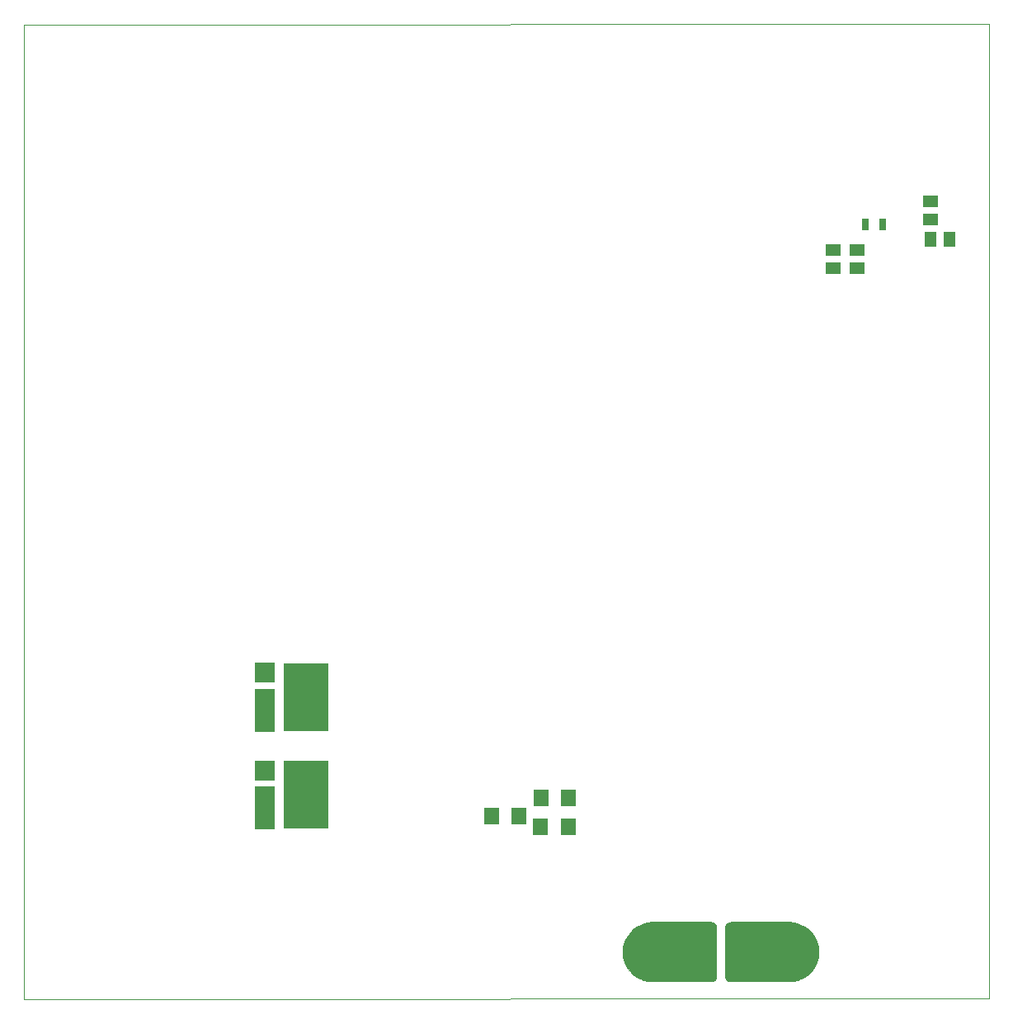
<source format=gbp>
G75*
%MOIN*%
%OFA0B0*%
%FSLAX25Y25*%
%IPPOS*%
%LPD*%
%AMOC8*
5,1,8,0,0,1.08239X$1,22.5*
%
%ADD10C,0.00000*%
%ADD11R,0.05118X0.05906*%
%ADD12R,0.05906X0.05118*%
%ADD13R,0.06299X0.07087*%
%ADD14R,0.17835X0.27559*%
%ADD15R,0.07874X0.07874*%
%ADD16R,0.07874X0.17717*%
%ADD17C,0.00500*%
%ADD18R,0.03150X0.04724*%
D10*
X0009174Y0009174D02*
X0009174Y0402875D01*
X0398938Y0403269D01*
X0398938Y0009568D01*
X0009174Y0009174D01*
D11*
X0375513Y0316261D03*
X0382993Y0316261D03*
D12*
X0375316Y0324331D03*
X0375316Y0331812D03*
X0345788Y0312127D03*
X0345788Y0304646D03*
X0335946Y0304646D03*
X0335946Y0312127D03*
D13*
X0229253Y0090670D03*
X0218229Y0090670D03*
X0209213Y0083190D03*
X0217914Y0078859D03*
X0228938Y0078859D03*
X0198190Y0083190D03*
D14*
X0123091Y0091851D03*
X0123091Y0131221D03*
D15*
X0106418Y0141182D03*
X0106418Y0101812D03*
D16*
X0106418Y0086772D03*
X0106418Y0126143D03*
D17*
X0253293Y0034733D02*
X0252485Y0033254D01*
X0251897Y0031675D01*
X0251538Y0030028D01*
X0251418Y0028347D01*
X0251538Y0026666D01*
X0251897Y0025020D01*
X0252485Y0023441D01*
X0253293Y0021962D01*
X0254303Y0020613D01*
X0255495Y0019421D01*
X0256844Y0018411D01*
X0258323Y0017604D01*
X0259902Y0017015D01*
X0261548Y0016656D01*
X0263229Y0016536D01*
X0286851Y0016536D01*
X0287289Y0016586D01*
X0287705Y0016731D01*
X0288079Y0016966D01*
X0288390Y0017277D01*
X0288625Y0017651D01*
X0288770Y0018067D01*
X0288820Y0018505D01*
X0288820Y0038190D01*
X0288770Y0038628D01*
X0288625Y0039044D01*
X0288390Y0039417D01*
X0288079Y0039729D01*
X0287705Y0039963D01*
X0287289Y0040109D01*
X0286851Y0040158D01*
X0263229Y0040158D01*
X0261548Y0040038D01*
X0259902Y0039680D01*
X0258323Y0039091D01*
X0256844Y0038283D01*
X0255495Y0037273D01*
X0254303Y0036082D01*
X0253293Y0034733D01*
X0253220Y0034598D02*
X0288820Y0034598D01*
X0288820Y0034100D02*
X0252947Y0034100D01*
X0252675Y0033601D02*
X0288820Y0033601D01*
X0288820Y0033103D02*
X0252429Y0033103D01*
X0252243Y0032604D02*
X0288820Y0032604D01*
X0288820Y0032106D02*
X0252057Y0032106D01*
X0251882Y0031607D02*
X0288820Y0031607D01*
X0288820Y0031109D02*
X0251773Y0031109D01*
X0251665Y0030610D02*
X0288820Y0030610D01*
X0288820Y0030111D02*
X0251556Y0030111D01*
X0251509Y0029613D02*
X0288820Y0029613D01*
X0288820Y0029114D02*
X0251473Y0029114D01*
X0251437Y0028616D02*
X0288820Y0028616D01*
X0288820Y0028117D02*
X0251435Y0028117D01*
X0251470Y0027619D02*
X0288820Y0027619D01*
X0288820Y0027120D02*
X0251506Y0027120D01*
X0251548Y0026622D02*
X0288820Y0026622D01*
X0288820Y0026123D02*
X0251656Y0026123D01*
X0251765Y0025625D02*
X0288820Y0025625D01*
X0288820Y0025126D02*
X0251873Y0025126D01*
X0252043Y0024628D02*
X0288820Y0024628D01*
X0288820Y0024129D02*
X0252229Y0024129D01*
X0252415Y0023631D02*
X0288820Y0023631D01*
X0288820Y0023132D02*
X0252654Y0023132D01*
X0252926Y0022634D02*
X0288820Y0022634D01*
X0288820Y0022135D02*
X0253198Y0022135D01*
X0253536Y0021637D02*
X0288820Y0021637D01*
X0288820Y0021138D02*
X0253909Y0021138D01*
X0254283Y0020640D02*
X0288820Y0020640D01*
X0288820Y0020141D02*
X0254774Y0020141D01*
X0255273Y0019643D02*
X0288820Y0019643D01*
X0288820Y0019144D02*
X0255864Y0019144D01*
X0256530Y0018646D02*
X0288820Y0018646D01*
X0288779Y0018147D02*
X0257327Y0018147D01*
X0258240Y0017649D02*
X0288624Y0017649D01*
X0288263Y0017150D02*
X0259538Y0017150D01*
X0261615Y0016652D02*
X0287478Y0016652D01*
X0292806Y0018067D02*
X0292757Y0018505D01*
X0292757Y0038190D01*
X0292806Y0038628D01*
X0292952Y0039044D01*
X0293186Y0039417D01*
X0293498Y0039729D01*
X0293871Y0039963D01*
X0294287Y0040109D01*
X0294725Y0040158D01*
X0318347Y0040158D01*
X0320028Y0040038D01*
X0321675Y0039680D01*
X0323254Y0039091D01*
X0324733Y0038283D01*
X0326082Y0037273D01*
X0327273Y0036082D01*
X0328283Y0034733D01*
X0329091Y0033254D01*
X0329680Y0031675D01*
X0330038Y0030028D01*
X0330158Y0028347D01*
X0330038Y0026666D01*
X0329680Y0025020D01*
X0329091Y0023441D01*
X0328283Y0021962D01*
X0327273Y0020613D01*
X0326082Y0019421D01*
X0324733Y0018411D01*
X0323254Y0017604D01*
X0321675Y0017015D01*
X0320028Y0016656D01*
X0318347Y0016536D01*
X0294725Y0016536D01*
X0294287Y0016586D01*
X0293871Y0016731D01*
X0293498Y0016966D01*
X0293186Y0017277D01*
X0292952Y0017651D01*
X0292806Y0018067D01*
X0292797Y0018147D02*
X0324249Y0018147D01*
X0325046Y0018646D02*
X0292757Y0018646D01*
X0292757Y0019144D02*
X0325712Y0019144D01*
X0326304Y0019643D02*
X0292757Y0019643D01*
X0292757Y0020141D02*
X0326802Y0020141D01*
X0327294Y0020640D02*
X0292757Y0020640D01*
X0292757Y0021138D02*
X0327667Y0021138D01*
X0328040Y0021637D02*
X0292757Y0021637D01*
X0292757Y0022135D02*
X0328378Y0022135D01*
X0328650Y0022634D02*
X0292757Y0022634D01*
X0292757Y0023132D02*
X0328923Y0023132D01*
X0329162Y0023631D02*
X0292757Y0023631D01*
X0292757Y0024129D02*
X0329348Y0024129D01*
X0329534Y0024628D02*
X0292757Y0024628D01*
X0292757Y0025126D02*
X0329703Y0025126D01*
X0329811Y0025625D02*
X0292757Y0025625D01*
X0292757Y0026123D02*
X0329920Y0026123D01*
X0330028Y0026622D02*
X0292757Y0026622D01*
X0292757Y0027120D02*
X0330071Y0027120D01*
X0330106Y0027619D02*
X0292757Y0027619D01*
X0292757Y0028117D02*
X0330142Y0028117D01*
X0330139Y0028616D02*
X0292757Y0028616D01*
X0292757Y0029114D02*
X0330103Y0029114D01*
X0330068Y0029613D02*
X0292757Y0029613D01*
X0292757Y0030111D02*
X0330020Y0030111D01*
X0329911Y0030610D02*
X0292757Y0030610D01*
X0292757Y0031109D02*
X0329803Y0031109D01*
X0329695Y0031607D02*
X0292757Y0031607D01*
X0292757Y0032106D02*
X0329519Y0032106D01*
X0329333Y0032604D02*
X0292757Y0032604D01*
X0292757Y0033103D02*
X0329147Y0033103D01*
X0328901Y0033601D02*
X0292757Y0033601D01*
X0292757Y0034100D02*
X0328629Y0034100D01*
X0328357Y0034598D02*
X0292757Y0034598D01*
X0292757Y0035097D02*
X0328011Y0035097D01*
X0327638Y0035595D02*
X0292757Y0035595D01*
X0292757Y0036094D02*
X0327262Y0036094D01*
X0326763Y0036592D02*
X0292757Y0036592D01*
X0292757Y0037091D02*
X0326265Y0037091D01*
X0325660Y0037589D02*
X0292757Y0037589D01*
X0292757Y0038088D02*
X0324994Y0038088D01*
X0324178Y0038586D02*
X0292801Y0038586D01*
X0292977Y0039085D02*
X0323265Y0039085D01*
X0321934Y0039583D02*
X0293352Y0039583D01*
X0294209Y0040082D02*
X0319418Y0040082D01*
X0318347Y0032284D02*
X0302599Y0032284D01*
X0302475Y0032282D01*
X0302352Y0032276D01*
X0302228Y0032267D01*
X0302106Y0032253D01*
X0301983Y0032236D01*
X0301861Y0032214D01*
X0301740Y0032189D01*
X0301620Y0032160D01*
X0301501Y0032128D01*
X0301382Y0032091D01*
X0301265Y0032051D01*
X0301150Y0032008D01*
X0301035Y0031960D01*
X0300923Y0031909D01*
X0300812Y0031855D01*
X0300702Y0031797D01*
X0300595Y0031736D01*
X0300489Y0031671D01*
X0300386Y0031603D01*
X0300285Y0031532D01*
X0300186Y0031458D01*
X0300089Y0031381D01*
X0299995Y0031300D01*
X0299904Y0031217D01*
X0299815Y0031131D01*
X0299729Y0031042D01*
X0299646Y0030951D01*
X0299565Y0030857D01*
X0299488Y0030760D01*
X0299414Y0030661D01*
X0299343Y0030560D01*
X0299275Y0030457D01*
X0299210Y0030351D01*
X0299149Y0030244D01*
X0299091Y0030134D01*
X0299037Y0030023D01*
X0298986Y0029911D01*
X0298938Y0029796D01*
X0298895Y0029681D01*
X0298855Y0029564D01*
X0298818Y0029445D01*
X0298786Y0029326D01*
X0298757Y0029206D01*
X0298732Y0029085D01*
X0298710Y0028963D01*
X0298693Y0028840D01*
X0298679Y0028718D01*
X0298670Y0028594D01*
X0298664Y0028471D01*
X0298662Y0028347D01*
X0298664Y0028223D01*
X0298670Y0028100D01*
X0298679Y0027976D01*
X0298693Y0027854D01*
X0298710Y0027731D01*
X0298732Y0027609D01*
X0298757Y0027488D01*
X0298786Y0027368D01*
X0298818Y0027249D01*
X0298855Y0027130D01*
X0298895Y0027013D01*
X0298938Y0026898D01*
X0298986Y0026783D01*
X0299037Y0026671D01*
X0299091Y0026560D01*
X0299149Y0026450D01*
X0299210Y0026343D01*
X0299275Y0026237D01*
X0299343Y0026134D01*
X0299414Y0026033D01*
X0299488Y0025934D01*
X0299565Y0025837D01*
X0299646Y0025743D01*
X0299729Y0025652D01*
X0299815Y0025563D01*
X0299904Y0025477D01*
X0299995Y0025394D01*
X0300089Y0025313D01*
X0300186Y0025236D01*
X0300285Y0025162D01*
X0300386Y0025091D01*
X0300489Y0025023D01*
X0300595Y0024958D01*
X0300702Y0024897D01*
X0300812Y0024839D01*
X0300923Y0024785D01*
X0301035Y0024734D01*
X0301150Y0024686D01*
X0301265Y0024643D01*
X0301382Y0024603D01*
X0301501Y0024566D01*
X0301620Y0024534D01*
X0301740Y0024505D01*
X0301861Y0024480D01*
X0301983Y0024458D01*
X0302106Y0024441D01*
X0302228Y0024427D01*
X0302352Y0024418D01*
X0302475Y0024412D01*
X0302599Y0024410D01*
X0318347Y0024410D01*
X0318471Y0024412D01*
X0318594Y0024418D01*
X0318718Y0024427D01*
X0318840Y0024441D01*
X0318963Y0024458D01*
X0319085Y0024480D01*
X0319206Y0024505D01*
X0319326Y0024534D01*
X0319445Y0024566D01*
X0319564Y0024603D01*
X0319681Y0024643D01*
X0319796Y0024686D01*
X0319911Y0024734D01*
X0320023Y0024785D01*
X0320134Y0024839D01*
X0320244Y0024897D01*
X0320351Y0024958D01*
X0320457Y0025023D01*
X0320560Y0025091D01*
X0320661Y0025162D01*
X0320760Y0025236D01*
X0320857Y0025313D01*
X0320951Y0025394D01*
X0321042Y0025477D01*
X0321131Y0025563D01*
X0321217Y0025652D01*
X0321300Y0025743D01*
X0321381Y0025837D01*
X0321458Y0025934D01*
X0321532Y0026033D01*
X0321603Y0026134D01*
X0321671Y0026237D01*
X0321736Y0026343D01*
X0321797Y0026450D01*
X0321855Y0026560D01*
X0321909Y0026671D01*
X0321960Y0026783D01*
X0322008Y0026898D01*
X0322051Y0027013D01*
X0322091Y0027130D01*
X0322128Y0027249D01*
X0322160Y0027368D01*
X0322189Y0027488D01*
X0322214Y0027609D01*
X0322236Y0027731D01*
X0322253Y0027854D01*
X0322267Y0027976D01*
X0322276Y0028100D01*
X0322282Y0028223D01*
X0322284Y0028347D01*
X0322282Y0028471D01*
X0322276Y0028594D01*
X0322267Y0028718D01*
X0322253Y0028840D01*
X0322236Y0028963D01*
X0322214Y0029085D01*
X0322189Y0029206D01*
X0322160Y0029326D01*
X0322128Y0029445D01*
X0322091Y0029564D01*
X0322051Y0029681D01*
X0322008Y0029796D01*
X0321960Y0029911D01*
X0321909Y0030023D01*
X0321855Y0030134D01*
X0321797Y0030244D01*
X0321736Y0030351D01*
X0321671Y0030457D01*
X0321603Y0030560D01*
X0321532Y0030661D01*
X0321458Y0030760D01*
X0321381Y0030857D01*
X0321300Y0030951D01*
X0321217Y0031042D01*
X0321131Y0031131D01*
X0321042Y0031217D01*
X0320951Y0031300D01*
X0320857Y0031381D01*
X0320760Y0031458D01*
X0320661Y0031532D01*
X0320560Y0031603D01*
X0320457Y0031671D01*
X0320351Y0031736D01*
X0320244Y0031797D01*
X0320134Y0031855D01*
X0320023Y0031909D01*
X0319911Y0031960D01*
X0319796Y0032008D01*
X0319681Y0032051D01*
X0319564Y0032091D01*
X0319445Y0032128D01*
X0319326Y0032160D01*
X0319206Y0032189D01*
X0319085Y0032214D01*
X0318963Y0032236D01*
X0318840Y0032253D01*
X0318718Y0032267D01*
X0318594Y0032276D01*
X0318471Y0032282D01*
X0318347Y0032284D01*
X0323336Y0017649D02*
X0292953Y0017649D01*
X0293313Y0017150D02*
X0322038Y0017150D01*
X0319962Y0016652D02*
X0294098Y0016652D01*
X0278977Y0024410D02*
X0263229Y0024410D01*
X0263105Y0024412D01*
X0262982Y0024418D01*
X0262858Y0024427D01*
X0262736Y0024441D01*
X0262613Y0024458D01*
X0262491Y0024480D01*
X0262370Y0024505D01*
X0262250Y0024534D01*
X0262131Y0024566D01*
X0262012Y0024603D01*
X0261895Y0024643D01*
X0261780Y0024686D01*
X0261665Y0024734D01*
X0261553Y0024785D01*
X0261442Y0024839D01*
X0261332Y0024897D01*
X0261225Y0024958D01*
X0261119Y0025023D01*
X0261016Y0025091D01*
X0260915Y0025162D01*
X0260816Y0025236D01*
X0260719Y0025313D01*
X0260625Y0025394D01*
X0260534Y0025477D01*
X0260445Y0025563D01*
X0260359Y0025652D01*
X0260276Y0025743D01*
X0260195Y0025837D01*
X0260118Y0025934D01*
X0260044Y0026033D01*
X0259973Y0026134D01*
X0259905Y0026237D01*
X0259840Y0026343D01*
X0259779Y0026450D01*
X0259721Y0026560D01*
X0259667Y0026671D01*
X0259616Y0026783D01*
X0259568Y0026898D01*
X0259525Y0027013D01*
X0259485Y0027130D01*
X0259448Y0027249D01*
X0259416Y0027368D01*
X0259387Y0027488D01*
X0259362Y0027609D01*
X0259340Y0027731D01*
X0259323Y0027854D01*
X0259309Y0027976D01*
X0259300Y0028100D01*
X0259294Y0028223D01*
X0259292Y0028347D01*
X0259294Y0028471D01*
X0259300Y0028594D01*
X0259309Y0028718D01*
X0259323Y0028840D01*
X0259340Y0028963D01*
X0259362Y0029085D01*
X0259387Y0029206D01*
X0259416Y0029326D01*
X0259448Y0029445D01*
X0259485Y0029564D01*
X0259525Y0029681D01*
X0259568Y0029796D01*
X0259616Y0029911D01*
X0259667Y0030023D01*
X0259721Y0030134D01*
X0259779Y0030244D01*
X0259840Y0030351D01*
X0259905Y0030457D01*
X0259973Y0030560D01*
X0260044Y0030661D01*
X0260118Y0030760D01*
X0260195Y0030857D01*
X0260276Y0030951D01*
X0260359Y0031042D01*
X0260445Y0031131D01*
X0260534Y0031217D01*
X0260625Y0031300D01*
X0260719Y0031381D01*
X0260816Y0031458D01*
X0260915Y0031532D01*
X0261016Y0031603D01*
X0261119Y0031671D01*
X0261225Y0031736D01*
X0261332Y0031797D01*
X0261442Y0031855D01*
X0261553Y0031909D01*
X0261665Y0031960D01*
X0261780Y0032008D01*
X0261895Y0032051D01*
X0262012Y0032091D01*
X0262131Y0032128D01*
X0262250Y0032160D01*
X0262370Y0032189D01*
X0262491Y0032214D01*
X0262613Y0032236D01*
X0262736Y0032253D01*
X0262858Y0032267D01*
X0262982Y0032276D01*
X0263105Y0032282D01*
X0263229Y0032284D01*
X0278977Y0032284D01*
X0279101Y0032282D01*
X0279224Y0032276D01*
X0279348Y0032267D01*
X0279470Y0032253D01*
X0279593Y0032236D01*
X0279715Y0032214D01*
X0279836Y0032189D01*
X0279956Y0032160D01*
X0280075Y0032128D01*
X0280194Y0032091D01*
X0280311Y0032051D01*
X0280426Y0032008D01*
X0280541Y0031960D01*
X0280653Y0031909D01*
X0280764Y0031855D01*
X0280874Y0031797D01*
X0280981Y0031736D01*
X0281087Y0031671D01*
X0281190Y0031603D01*
X0281291Y0031532D01*
X0281390Y0031458D01*
X0281487Y0031381D01*
X0281581Y0031300D01*
X0281672Y0031217D01*
X0281761Y0031131D01*
X0281847Y0031042D01*
X0281930Y0030951D01*
X0282011Y0030857D01*
X0282088Y0030760D01*
X0282162Y0030661D01*
X0282233Y0030560D01*
X0282301Y0030457D01*
X0282366Y0030351D01*
X0282427Y0030244D01*
X0282485Y0030134D01*
X0282539Y0030023D01*
X0282590Y0029911D01*
X0282638Y0029796D01*
X0282681Y0029681D01*
X0282721Y0029564D01*
X0282758Y0029445D01*
X0282790Y0029326D01*
X0282819Y0029206D01*
X0282844Y0029085D01*
X0282866Y0028963D01*
X0282883Y0028840D01*
X0282897Y0028718D01*
X0282906Y0028594D01*
X0282912Y0028471D01*
X0282914Y0028347D01*
X0282912Y0028223D01*
X0282906Y0028100D01*
X0282897Y0027976D01*
X0282883Y0027854D01*
X0282866Y0027731D01*
X0282844Y0027609D01*
X0282819Y0027488D01*
X0282790Y0027368D01*
X0282758Y0027249D01*
X0282721Y0027130D01*
X0282681Y0027013D01*
X0282638Y0026898D01*
X0282590Y0026783D01*
X0282539Y0026671D01*
X0282485Y0026560D01*
X0282427Y0026450D01*
X0282366Y0026343D01*
X0282301Y0026237D01*
X0282233Y0026134D01*
X0282162Y0026033D01*
X0282088Y0025934D01*
X0282011Y0025837D01*
X0281930Y0025743D01*
X0281847Y0025652D01*
X0281761Y0025563D01*
X0281672Y0025477D01*
X0281581Y0025394D01*
X0281487Y0025313D01*
X0281390Y0025236D01*
X0281291Y0025162D01*
X0281190Y0025091D01*
X0281087Y0025023D01*
X0280981Y0024958D01*
X0280874Y0024897D01*
X0280764Y0024839D01*
X0280653Y0024785D01*
X0280541Y0024734D01*
X0280426Y0024686D01*
X0280311Y0024643D01*
X0280194Y0024603D01*
X0280075Y0024566D01*
X0279956Y0024534D01*
X0279836Y0024505D01*
X0279715Y0024480D01*
X0279593Y0024458D01*
X0279470Y0024441D01*
X0279348Y0024427D01*
X0279224Y0024418D01*
X0279101Y0024412D01*
X0278977Y0024410D01*
X0288820Y0035097D02*
X0253565Y0035097D01*
X0253939Y0035595D02*
X0288820Y0035595D01*
X0288820Y0036094D02*
X0254315Y0036094D01*
X0254813Y0036592D02*
X0288820Y0036592D01*
X0288820Y0037091D02*
X0255312Y0037091D01*
X0255916Y0037589D02*
X0288820Y0037589D01*
X0288820Y0038088D02*
X0256582Y0038088D01*
X0257398Y0038586D02*
X0288775Y0038586D01*
X0288599Y0039085D02*
X0258311Y0039085D01*
X0259643Y0039583D02*
X0288224Y0039583D01*
X0287367Y0040082D02*
X0262159Y0040082D01*
D18*
X0349135Y0322166D03*
X0356221Y0322166D03*
M02*

</source>
